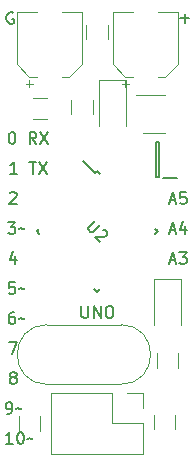
<source format=gbr>
%TF.GenerationSoftware,KiCad,Pcbnew,(5.1.6-0-10_14)*%
%TF.CreationDate,2021-08-14T22:27:43-04:00*%
%TF.ProjectId,bareduino,62617265-6475-4696-9e6f-2e6b69636164,rev?*%
%TF.SameCoordinates,Original*%
%TF.FileFunction,Legend,Top*%
%TF.FilePolarity,Positive*%
%FSLAX46Y46*%
G04 Gerber Fmt 4.6, Leading zero omitted, Abs format (unit mm)*
G04 Created by KiCad (PCBNEW (5.1.6-0-10_14)) date 2021-08-14 22:27:43*
%MOMM*%
%LPD*%
G01*
G04 APERTURE LIST*
%ADD10C,0.150000*%
%ADD11C,0.120000*%
%ADD12C,0.200000*%
G04 APERTURE END LIST*
D10*
X59507428Y-52450952D02*
X59507428Y-51689047D01*
X59888380Y-52070000D02*
X59126476Y-52070000D01*
X44965904Y-51570000D02*
X44870666Y-51522380D01*
X44727809Y-51522380D01*
X44584952Y-51570000D01*
X44489714Y-51665238D01*
X44442095Y-51760476D01*
X44394476Y-51950952D01*
X44394476Y-52093809D01*
X44442095Y-52284285D01*
X44489714Y-52379523D01*
X44584952Y-52474761D01*
X44727809Y-52522380D01*
X44823047Y-52522380D01*
X44965904Y-52474761D01*
X45013523Y-52427142D01*
X45013523Y-52093809D01*
X44823047Y-52093809D01*
X50736666Y-76414380D02*
X50736666Y-77223904D01*
X50784285Y-77319142D01*
X50831904Y-77366761D01*
X50927142Y-77414380D01*
X51117619Y-77414380D01*
X51212857Y-77366761D01*
X51260476Y-77319142D01*
X51308095Y-77223904D01*
X51308095Y-76414380D01*
X51784285Y-77414380D02*
X51784285Y-76414380D01*
X52355714Y-77414380D01*
X52355714Y-76414380D01*
X53022380Y-76414380D02*
X53212857Y-76414380D01*
X53308095Y-76462000D01*
X53403333Y-76557238D01*
X53450952Y-76747714D01*
X53450952Y-77081047D01*
X53403333Y-77271523D01*
X53308095Y-77366761D01*
X53212857Y-77414380D01*
X53022380Y-77414380D01*
X52927142Y-77366761D01*
X52831904Y-77271523D01*
X52784285Y-77081047D01*
X52784285Y-76747714D01*
X52831904Y-76557238D01*
X52927142Y-76462000D01*
X53022380Y-76414380D01*
X58213714Y-72556666D02*
X58689904Y-72556666D01*
X58118476Y-72842380D02*
X58451809Y-71842380D01*
X58785142Y-72842380D01*
X59023238Y-71842380D02*
X59642285Y-71842380D01*
X59308952Y-72223333D01*
X59451809Y-72223333D01*
X59547047Y-72270952D01*
X59594666Y-72318571D01*
X59642285Y-72413809D01*
X59642285Y-72651904D01*
X59594666Y-72747142D01*
X59547047Y-72794761D01*
X59451809Y-72842380D01*
X59166095Y-72842380D01*
X59070857Y-72794761D01*
X59023238Y-72747142D01*
X58213714Y-70016666D02*
X58689904Y-70016666D01*
X58118476Y-70302380D02*
X58451809Y-69302380D01*
X58785142Y-70302380D01*
X59547047Y-69635714D02*
X59547047Y-70302380D01*
X59308952Y-69254761D02*
X59070857Y-69969047D01*
X59689904Y-69969047D01*
X58213714Y-67476666D02*
X58689904Y-67476666D01*
X58118476Y-67762380D02*
X58451809Y-66762380D01*
X58785142Y-67762380D01*
X59594666Y-66762380D02*
X59118476Y-66762380D01*
X59070857Y-67238571D01*
X59118476Y-67190952D01*
X59213714Y-67143333D01*
X59451809Y-67143333D01*
X59547047Y-67190952D01*
X59594666Y-67238571D01*
X59642285Y-67333809D01*
X59642285Y-67571904D01*
X59594666Y-67667142D01*
X59547047Y-67714761D01*
X59451809Y-67762380D01*
X59213714Y-67762380D01*
X59118476Y-67714761D01*
X59070857Y-67667142D01*
X44918380Y-88082380D02*
X44346952Y-88082380D01*
X44632666Y-88082380D02*
X44632666Y-87082380D01*
X44537428Y-87225238D01*
X44442190Y-87320476D01*
X44346952Y-87368095D01*
X45537428Y-87082380D02*
X45632666Y-87082380D01*
X45727904Y-87130000D01*
X45775523Y-87177619D01*
X45823142Y-87272857D01*
X45870761Y-87463333D01*
X45870761Y-87701428D01*
X45823142Y-87891904D01*
X45775523Y-87987142D01*
X45727904Y-88034761D01*
X45632666Y-88082380D01*
X45537428Y-88082380D01*
X45442190Y-88034761D01*
X45394571Y-87987142D01*
X45346952Y-87891904D01*
X45299333Y-87701428D01*
X45299333Y-87463333D01*
X45346952Y-87272857D01*
X45394571Y-87177619D01*
X45442190Y-87130000D01*
X45537428Y-87082380D01*
X46156476Y-87701428D02*
X46204095Y-87653809D01*
X46299333Y-87606190D01*
X46489809Y-87701428D01*
X46585047Y-87653809D01*
X46632666Y-87606190D01*
X44410380Y-85542380D02*
X44600857Y-85542380D01*
X44696095Y-85494761D01*
X44743714Y-85447142D01*
X44838952Y-85304285D01*
X44886571Y-85113809D01*
X44886571Y-84732857D01*
X44838952Y-84637619D01*
X44791333Y-84590000D01*
X44696095Y-84542380D01*
X44505619Y-84542380D01*
X44410380Y-84590000D01*
X44362761Y-84637619D01*
X44315142Y-84732857D01*
X44315142Y-84970952D01*
X44362761Y-85066190D01*
X44410380Y-85113809D01*
X44505619Y-85161428D01*
X44696095Y-85161428D01*
X44791333Y-85113809D01*
X44838952Y-85066190D01*
X44886571Y-84970952D01*
X45172285Y-85161428D02*
X45219904Y-85113809D01*
X45315142Y-85066190D01*
X45505619Y-85161428D01*
X45600857Y-85113809D01*
X45648476Y-85066190D01*
X44862761Y-82430952D02*
X44767523Y-82383333D01*
X44719904Y-82335714D01*
X44672285Y-82240476D01*
X44672285Y-82192857D01*
X44719904Y-82097619D01*
X44767523Y-82050000D01*
X44862761Y-82002380D01*
X45053238Y-82002380D01*
X45148476Y-82050000D01*
X45196095Y-82097619D01*
X45243714Y-82192857D01*
X45243714Y-82240476D01*
X45196095Y-82335714D01*
X45148476Y-82383333D01*
X45053238Y-82430952D01*
X44862761Y-82430952D01*
X44767523Y-82478571D01*
X44719904Y-82526190D01*
X44672285Y-82621428D01*
X44672285Y-82811904D01*
X44719904Y-82907142D01*
X44767523Y-82954761D01*
X44862761Y-83002380D01*
X45053238Y-83002380D01*
X45148476Y-82954761D01*
X45196095Y-82907142D01*
X45243714Y-82811904D01*
X45243714Y-82621428D01*
X45196095Y-82526190D01*
X45148476Y-82478571D01*
X45053238Y-82430952D01*
X44624666Y-79462380D02*
X45291333Y-79462380D01*
X44862761Y-80462380D01*
X45045333Y-76922380D02*
X44854857Y-76922380D01*
X44759619Y-76970000D01*
X44712000Y-77017619D01*
X44616761Y-77160476D01*
X44569142Y-77350952D01*
X44569142Y-77731904D01*
X44616761Y-77827142D01*
X44664380Y-77874761D01*
X44759619Y-77922380D01*
X44950095Y-77922380D01*
X45045333Y-77874761D01*
X45092952Y-77827142D01*
X45140571Y-77731904D01*
X45140571Y-77493809D01*
X45092952Y-77398571D01*
X45045333Y-77350952D01*
X44950095Y-77303333D01*
X44759619Y-77303333D01*
X44664380Y-77350952D01*
X44616761Y-77398571D01*
X44569142Y-77493809D01*
X45426285Y-77541428D02*
X45473904Y-77493809D01*
X45569142Y-77446190D01*
X45759619Y-77541428D01*
X45854857Y-77493809D01*
X45902476Y-77446190D01*
X45092952Y-74382380D02*
X44616761Y-74382380D01*
X44569142Y-74858571D01*
X44616761Y-74810952D01*
X44712000Y-74763333D01*
X44950095Y-74763333D01*
X45045333Y-74810952D01*
X45092952Y-74858571D01*
X45140571Y-74953809D01*
X45140571Y-75191904D01*
X45092952Y-75287142D01*
X45045333Y-75334761D01*
X44950095Y-75382380D01*
X44712000Y-75382380D01*
X44616761Y-75334761D01*
X44569142Y-75287142D01*
X45426285Y-75001428D02*
X45473904Y-74953809D01*
X45569142Y-74906190D01*
X45759619Y-75001428D01*
X45854857Y-74953809D01*
X45902476Y-74906190D01*
X45148476Y-72175714D02*
X45148476Y-72842380D01*
X44910380Y-71794761D02*
X44672285Y-72509047D01*
X45291333Y-72509047D01*
X44521523Y-69302380D02*
X45140571Y-69302380D01*
X44807238Y-69683333D01*
X44950095Y-69683333D01*
X45045333Y-69730952D01*
X45092952Y-69778571D01*
X45140571Y-69873809D01*
X45140571Y-70111904D01*
X45092952Y-70207142D01*
X45045333Y-70254761D01*
X44950095Y-70302380D01*
X44664380Y-70302380D01*
X44569142Y-70254761D01*
X44521523Y-70207142D01*
X45426285Y-69921428D02*
X45473904Y-69873809D01*
X45569142Y-69826190D01*
X45759619Y-69921428D01*
X45854857Y-69873809D01*
X45902476Y-69826190D01*
X44672285Y-66857619D02*
X44719904Y-66810000D01*
X44815142Y-66762380D01*
X45053238Y-66762380D01*
X45148476Y-66810000D01*
X45196095Y-66857619D01*
X45243714Y-66952857D01*
X45243714Y-67048095D01*
X45196095Y-67190952D01*
X44624666Y-67762380D01*
X45243714Y-67762380D01*
X45275619Y-65222380D02*
X44704190Y-65222380D01*
X44989904Y-65222380D02*
X44989904Y-64222380D01*
X44894666Y-64365238D01*
X44799428Y-64460476D01*
X44704190Y-64508095D01*
X46323238Y-64222380D02*
X46894666Y-64222380D01*
X46608952Y-65222380D02*
X46608952Y-64222380D01*
X47132761Y-64222380D02*
X47799428Y-65222380D01*
X47799428Y-64222380D02*
X47132761Y-65222380D01*
X44823238Y-61682380D02*
X44918476Y-61682380D01*
X45013714Y-61730000D01*
X45061333Y-61777619D01*
X45108952Y-61872857D01*
X45156571Y-62063333D01*
X45156571Y-62301428D01*
X45108952Y-62491904D01*
X45061333Y-62587142D01*
X45013714Y-62634761D01*
X44918476Y-62682380D01*
X44823238Y-62682380D01*
X44728000Y-62634761D01*
X44680380Y-62587142D01*
X44632761Y-62491904D01*
X44585142Y-62301428D01*
X44585142Y-62063333D01*
X44632761Y-61872857D01*
X44680380Y-61777619D01*
X44728000Y-61730000D01*
X44823238Y-61682380D01*
X46918476Y-62682380D02*
X46585142Y-62206190D01*
X46347047Y-62682380D02*
X46347047Y-61682380D01*
X46728000Y-61682380D01*
X46823238Y-61730000D01*
X46870857Y-61777619D01*
X46918476Y-61872857D01*
X46918476Y-62015714D01*
X46870857Y-62110952D01*
X46823238Y-62158571D01*
X46728000Y-62206190D01*
X46347047Y-62206190D01*
X47251809Y-61682380D02*
X47918476Y-62682380D01*
X47918476Y-61682380D02*
X47251809Y-62682380D01*
D11*
%TO.C,Y1*%
X47829000Y-83043000D02*
X54079000Y-83043000D01*
X47829000Y-77993000D02*
X54079000Y-77993000D01*
X54079000Y-83043000D02*
G75*
G03*
X54079000Y-77993000I0J2525000D01*
G01*
X47829000Y-83043000D02*
G75*
G02*
X47829000Y-77993000I0J2525000D01*
G01*
D10*
%TO.C,U2*%
X52070000Y-64977476D02*
X51910901Y-65136575D01*
X57196524Y-70104000D02*
X56966714Y-70333810D01*
X52070000Y-75230524D02*
X52299810Y-75000714D01*
X46943476Y-70104000D02*
X47173286Y-69874190D01*
X52070000Y-64977476D02*
X52299810Y-65207286D01*
X46943476Y-70104000D02*
X47173286Y-70333810D01*
X52070000Y-75230524D02*
X51840190Y-75000714D01*
X57196524Y-70104000D02*
X56966714Y-69874190D01*
X51910901Y-65136575D02*
X50903274Y-64128948D01*
D11*
%TO.C,J1*%
X48200000Y-83760000D02*
X48200000Y-88960000D01*
X53340000Y-83760000D02*
X48200000Y-83760000D01*
X55940000Y-88960000D02*
X48200000Y-88960000D01*
X53340000Y-83760000D02*
X53340000Y-86360000D01*
X53340000Y-86360000D02*
X55940000Y-86360000D01*
X55940000Y-86360000D02*
X55940000Y-88960000D01*
X54610000Y-83760000D02*
X55940000Y-83760000D01*
X55940000Y-83760000D02*
X55940000Y-85090000D01*
%TO.C,U1*%
X57796000Y-58588000D02*
X55346000Y-58588000D01*
X55996000Y-61808000D02*
X57796000Y-61808000D01*
%TO.C,R3*%
X47846064Y-58780000D02*
X46641936Y-58780000D01*
X47846064Y-60600000D02*
X46641936Y-60600000D01*
%TO.C,R2*%
X49890000Y-58957936D02*
X49890000Y-60162064D01*
X51710000Y-58957936D02*
X51710000Y-60162064D01*
%TO.C,R1*%
X58949000Y-81625064D02*
X58949000Y-80420936D01*
X57129000Y-81625064D02*
X57129000Y-80420936D01*
D12*
%TO.C,IC1*%
X57284000Y-65458000D02*
X57084000Y-65458000D01*
X57084000Y-65458000D02*
X57084000Y-62558000D01*
X57084000Y-62558000D02*
X57284000Y-62558000D01*
X57284000Y-62558000D02*
X57284000Y-65458000D01*
X58834000Y-65543000D02*
X57634000Y-65543000D01*
D11*
%TO.C,D2*%
X52205000Y-57281000D02*
X52205000Y-61166000D01*
X54475000Y-57281000D02*
X52205000Y-57281000D01*
X54475000Y-61166000D02*
X54475000Y-57281000D01*
%TO.C,D1*%
X56904000Y-74166000D02*
X56904000Y-78051000D01*
X59174000Y-74166000D02*
X56904000Y-74166000D01*
X59174000Y-78051000D02*
X59174000Y-74166000D01*
%TO.C,C5*%
X56875000Y-85627936D02*
X56875000Y-86832064D01*
X58695000Y-85627936D02*
X58695000Y-86832064D01*
%TO.C,C4*%
X45445000Y-85757936D02*
X45445000Y-86962064D01*
X47265000Y-85757936D02*
X47265000Y-86962064D01*
%TO.C,C2*%
X46008500Y-57582500D02*
X46633500Y-57582500D01*
X46321000Y-57895000D02*
X46321000Y-57270000D01*
X49701563Y-57030000D02*
X50766000Y-55965563D01*
X46310437Y-57030000D02*
X45246000Y-55965563D01*
X46310437Y-57030000D02*
X46946000Y-57030000D01*
X49701563Y-57030000D02*
X49066000Y-57030000D01*
X50766000Y-55965563D02*
X50766000Y-51510000D01*
X45246000Y-55965563D02*
X45246000Y-51510000D01*
X45246000Y-51510000D02*
X46946000Y-51510000D01*
X50766000Y-51510000D02*
X49066000Y-51510000D01*
%TO.C,C3*%
X52980000Y-53818064D02*
X52980000Y-52613936D01*
X51160000Y-53818064D02*
X51160000Y-52613936D01*
%TO.C,C1*%
X54136500Y-57582500D02*
X54761500Y-57582500D01*
X54449000Y-57895000D02*
X54449000Y-57270000D01*
X57829563Y-57030000D02*
X58894000Y-55965563D01*
X54438437Y-57030000D02*
X53374000Y-55965563D01*
X54438437Y-57030000D02*
X55074000Y-57030000D01*
X57829563Y-57030000D02*
X57194000Y-57030000D01*
X58894000Y-55965563D02*
X58894000Y-51510000D01*
X53374000Y-55965563D02*
X53374000Y-51510000D01*
X53374000Y-51510000D02*
X55074000Y-51510000D01*
X58894000Y-51510000D02*
X57194000Y-51510000D01*
%TO.C,U2*%
D10*
X51918477Y-69178026D02*
X51346057Y-69750446D01*
X51312385Y-69851461D01*
X51312385Y-69918805D01*
X51346057Y-70019820D01*
X51480744Y-70154507D01*
X51581759Y-70188179D01*
X51649103Y-70188179D01*
X51750118Y-70154507D01*
X52322538Y-69582087D01*
X52558240Y-69952477D02*
X52625583Y-69952477D01*
X52726599Y-69986148D01*
X52894957Y-70154507D01*
X52928629Y-70255522D01*
X52928629Y-70322866D01*
X52894957Y-70423881D01*
X52827614Y-70491225D01*
X52692927Y-70558568D01*
X51884805Y-70558568D01*
X52322538Y-70996301D01*
%TD*%
M02*

</source>
